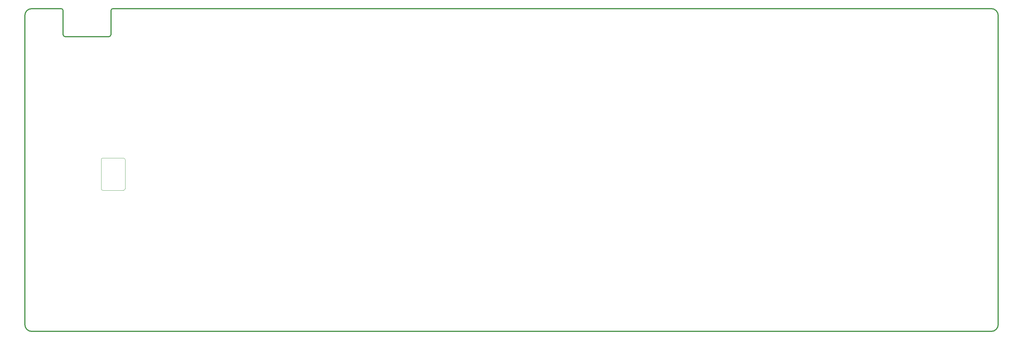
<source format=gm1>
%TF.GenerationSoftware,KiCad,Pcbnew,(5.1.10-1-10_14)*%
%TF.CreationDate,2021-08-04T05:51:24+09:00*%
%TF.ProjectId,Jones_plate_bottom,4a6f6e65-735f-4706-9c61-74655f626f74,v.1 (042)*%
%TF.SameCoordinates,Original*%
%TF.FileFunction,Profile,NP*%
%FSLAX46Y46*%
G04 Gerber Fmt 4.6, Leading zero omitted, Abs format (unit mm)*
G04 Created by KiCad (PCBNEW (5.1.10-1-10_14)) date 2021-08-04 05:51:24*
%MOMM*%
%LPD*%
G01*
G04 APERTURE LIST*
%TA.AperFunction,Profile*%
%ADD10C,0.050000*%
%TD*%
%TA.AperFunction,Profile*%
%ADD11C,0.300000*%
%TD*%
G04 APERTURE END LIST*
D10*
X37775000Y-61350000D02*
G75*
G02*
X38275000Y-60850000I500000J0D01*
G01*
X44275000Y-60850000D02*
G75*
G02*
X44775000Y-61350000I0J-500000D01*
G01*
X44775000Y-69850000D02*
G75*
G02*
X44275000Y-70350000I-500000J0D01*
G01*
X38275000Y-70350000D02*
G75*
G02*
X37775000Y-69850000I0J500000D01*
G01*
X37775000Y-69850000D02*
X37775000Y-61350000D01*
X44275000Y-70350000D02*
X38275000Y-70350000D01*
X44775000Y-61350000D02*
X44775000Y-69850000D01*
X38275000Y-60850000D02*
X44275000Y-60850000D01*
D11*
%TO.C,REF\u002A\u002A*%
X26024960Y-17074600D02*
X17424960Y-17074600D01*
X40624960Y-24674600D02*
X40624960Y-17674600D01*
X26624960Y-24674600D02*
X26624960Y-17674600D01*
X298424960Y-17074600D02*
X41224960Y-17074600D01*
X15424960Y-109674600D02*
X15424960Y-75374600D01*
X15424960Y-75374600D02*
X15424960Y-19074600D01*
X300424960Y-75374600D02*
X300424960Y-109674600D01*
X300424960Y-75374600D02*
X300424960Y-19074600D01*
X298424960Y-111674600D02*
X17424960Y-111674600D01*
X27224960Y-25274600D02*
X40024960Y-25274600D01*
X40024960Y-25274600D02*
G75*
G03*
X40624960Y-24674600I0J600000D01*
G01*
X26624960Y-17674600D02*
G75*
G03*
X26024960Y-17074600I-600000J0D01*
G01*
X26624960Y-24674600D02*
G75*
G03*
X27224960Y-25274600I600000J0D01*
G01*
X41224960Y-17074600D02*
G75*
G03*
X40624960Y-17674600I0J-600000D01*
G01*
X300424960Y-19074600D02*
G75*
G03*
X298424960Y-17074600I-2000000J0D01*
G01*
X298424960Y-111674600D02*
G75*
G03*
X300424960Y-109674600I0J2000000D01*
G01*
X15424960Y-109674600D02*
G75*
G03*
X17424960Y-111674600I2000000J0D01*
G01*
X17424960Y-17074600D02*
G75*
G03*
X15424960Y-19074600I0J-2000000D01*
G01*
%TD*%
M02*

</source>
